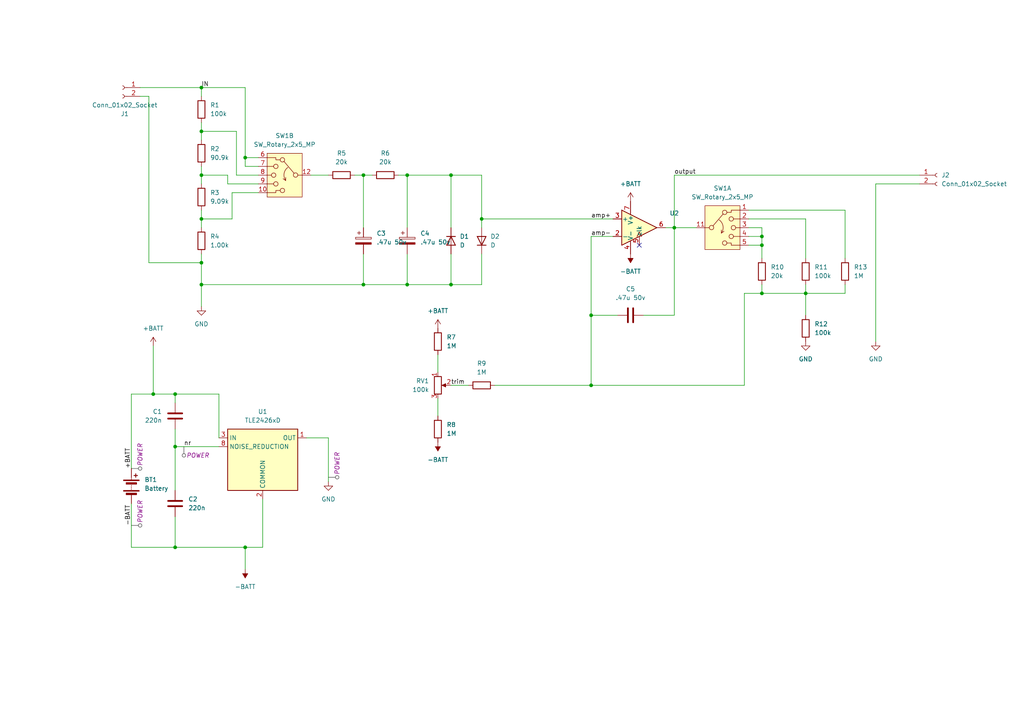
<source format=kicad_sch>
(kicad_sch (version 20230121) (generator eeschema)
  (paper "A4")
  (title_block (title "Null Detector") (comment 1 "http://conradhoffman.com/mini_metro_lab.html") (comment 2 "Based on Electronics Now, April 1996 by Conrad Hoffman") (comment 3 "OP-Amp based Null Detector for DMM"))
  (lib_symbols
    (symbol "Connector:Conn_01x02_Socket" (pin_names (offset 1.016) hide)
      (property "Reference" "J" (at 0 2.54 0))
      (property "Value" "Conn_01x02_Socket" (at 0 -5.08 0))
      (symbol "Conn_01x02_Socket_1_1"
        (arc (start 0 -2.032) (mid -0.5058 -2.54) (end 0 -3.048) (stroke (width 0.1524)))
        (polyline (pts (xy -1.27 -2.54) (xy -0.508 -2.54)) (stroke (width 0.1524)))
        (polyline (pts (xy -1.27 0) (xy -0.508 0)) (stroke (width 0.1524)))
        (arc (start 0 0.508) (mid -0.5058 0) (end 0 -0.508) (stroke (width 0.1524)))
        (pin passive line (at -5.08 0 0) (length 3.81) (name "Pin_1") (number "1"))
        (pin passive line (at -5.08 -2.54 0) (length 3.81) (name "Pin_2") (number "2"))
      )
    )
    (symbol "Device:Battery" (pin_numbers hide) (pin_names (offset 0) hide)
      (property "Reference" "BT" (at 2.54 2.54 0))
      (property "Value" "Battery" (at 2.54 0 0))
      (symbol "Battery_0_1"
        (rectangle (start -2.286 -1.27) (end 2.286 -1.524) (fill (type outline)))
        (rectangle (start -2.286 1.778) (end 2.286 1.524) (fill (type outline)))
        (rectangle (start -1.524 -2.032) (end 1.524 -2.54) (fill (type outline)))
        (rectangle (start -1.524 1.016) (end 1.524 0.508) (fill (type outline)))
        (polyline (pts (xy 0 -1.016) (xy 0 -0.762)))
        (polyline (pts (xy 0 -0.508) (xy 0 -0.254)))
        (polyline (pts (xy 0 0) (xy 0 0.254)))
        (polyline (pts (xy 0 1.778) (xy 0 2.54)))
        (polyline (pts (xy 0.762 3.048) (xy 1.778 3.048)) (stroke (width 0.254)))
        (polyline (pts (xy 1.27 3.556) (xy 1.27 2.54)) (stroke (width 0.254)))
      )
      (symbol "Battery_1_1"
        (pin passive line (at 0 5.08 270) (length 2.54) (name "+") (number "1"))
        (pin passive line (at 0 -5.08 90) (length 2.54) (name "-") (number "2"))
      )
    )
    (symbol "Device:C" (pin_numbers hide) (pin_names (offset 0.254))
      (property "Reference" "C" (at 0.635 2.54 0))
      (property "Value" "C" (at 0.635 -2.54 0))
      (symbol "C_0_1"
        (polyline (pts (xy -2.032 -0.762) (xy 2.032 -0.762)) (stroke (width 0.508)))
        (polyline (pts (xy -2.032 0.762) (xy 2.032 0.762)) (stroke (width 0.508)))
      )
      (symbol "C_1_1"
        (pin passive line (at 0 3.81 270) (length 2.794) (name "~") (number "1"))
        (pin passive line (at 0 -3.81 90) (length 2.794) (name "~") (number "2"))
      )
    )
    (symbol "Device:C_Polarized" (pin_numbers hide) (pin_names (offset 0.254))
      (property "Reference" "C" (at 0.635 2.54 0))
      (property "Value" "C_Polarized" (at 0.635 -2.54 0))
      (symbol "C_Polarized_0_1"
        (rectangle (start -2.286 0.508) (end 2.286 1.016))
        (polyline (pts (xy -1.778 2.286) (xy -0.762 2.286)))
        (polyline (pts (xy -1.27 2.794) (xy -1.27 1.778)))
        (rectangle (start 2.286 -0.508) (end -2.286 -1.016) (fill (type outline)))
      )
      (symbol "C_Polarized_1_1"
        (pin passive line (at 0 3.81 270) (length 2.794) (name "~") (number "1"))
        (pin passive line (at 0 -3.81 90) (length 2.794) (name "~") (number "2"))
      )
    )
    (symbol "Device:D" (pin_numbers hide) (pin_names (offset 1.016) hide)
      (property "Reference" "D" (at 0 2.54 0))
      (property "Value" "D" (at 0 -2.54 0))
      (symbol "D_0_1"
        (polyline (pts (xy -1.27 1.27) (xy -1.27 -1.27)) (stroke (width 0.254)))
        (polyline (pts (xy 1.27 0) (xy -1.27 0)))
        (polyline (pts (xy 1.27 1.27) (xy 1.27 -1.27) (xy -1.27 0) (xy 1.27 1.27)) (stroke (width 0.254)))
      )
      (symbol "D_1_1"
        (pin passive line (at -3.81 0 0) (length 2.54) (name "K") (number "1"))
        (pin passive line (at 3.81 0 180) (length 2.54) (name "A") (number "2"))
      )
    )
    (symbol "Device:R" (pin_numbers hide) (pin_names (offset 0))
      (property "Reference" "R" (at 2.032 0 90))
      (property "Value" "R" (at 0 0 90))
      (symbol "R_0_1"
        (rectangle (start -1.016 -2.54) (end 1.016 2.54) (stroke (width 0.254)))
      )
      (symbol "R_1_1"
        (pin passive line (at 0 3.81 270) (length 1.27) (name "~") (number "1"))
        (pin passive line (at 0 -3.81 90) (length 1.27) (name "~") (number "2"))
      )
    )
    (symbol "Device:R_Potentiometer" (pin_names (offset 1.016) hide)
      (property "Reference" "RV" (at -4.445 0 90))
      (property "Value" "R_Potentiometer" (at -2.54 0 90))
      (symbol "R_Potentiometer_0_1"
        (polyline (pts (xy 2.54 0) (xy 1.524 0)))
        (polyline (pts (xy 1.143 0) (xy 2.286 0.508) (xy 2.286 -0.508) (xy 1.143 0)) (fill (type outline)))
        (rectangle (start 1.016 2.54) (end -1.016 -2.54) (stroke (width 0.254)))
      )
      (symbol "R_Potentiometer_1_1"
        (pin passive line (at 0 3.81 270) (length 1.27) (name "1") (number "1"))
        (pin passive line (at 3.81 0 180) (length 1.27) (name "2") (number "2"))
        (pin passive line (at 0 -3.81 90) (length 1.27) (name "3") (number "3"))
      )
    )
    (symbol "Reference_Voltage:TLE2426xD"
      (property "Reference" "U" (at -10.414 8.89 0))
      (property "Value" "TLE2426xD" (at 10.16 8.89 0))
      (symbol "TLE2426xD_0_1"
        (rectangle (start -10.16 7.62) (end 10.16 -10.16) (stroke (width 0.254)) (fill (type background)))
      )
      (symbol "TLE2426xD_1_1"
        (pin power_out line (at 12.7 5.08 180) (length 2.54) (name "OUT") (number "1"))
        (pin power_in line (at 0 -12.7 90) (length 2.54) (name "COMMON") (number "2"))
        (pin power_in line (at -12.7 5.08 0) (length 2.54) (name "IN") (number "3"))
        (pin no_connect line (at -10.16 0 0) (length 2.54) hide (name "NC") (number "4"))
        (pin no_connect line (at -10.16 -2.54 0) (length 2.54) hide (name "NC") (number "5"))
        (pin no_connect line (at 10.16 0 180) (length 2.54) hide (name "NC") (number "6"))
        (pin no_connect line (at 10.16 -2.54 180) (length 2.54) hide (name "NC") (number "7"))
        (pin passive line (at -12.7 2.54 0) (length 2.54) (name "NOISE_REDUCTION") (number "8"))
      )
    )
    (symbol "lt1050:LTC1050" (pin_names (offset 0.127))
      (property "Reference" "U" (at 1.27 6.35 0))
      (property "Value" "LTC1050" (at 1.27 3.81 0))
      (symbol "LTC1050_0_1"
        (polyline (pts (xy -5.08 5.08) (xy 5.08 0) (xy -5.08 -5.08) (xy -5.08 5.08)) (stroke (width 0.254)) (fill (type background)))
      )
      (symbol "LTC1050_1_1"
        (pin no_connect line (at 2.54 -6.35 90) (length 5.08) hide (name "NC") (number "1"))
        (pin input line (at -7.62 -2.54 0) (length 2.54) (name "-") (number "2"))
        (pin input line (at -7.62 2.54 0) (length 2.54) (name "+") (number "3"))
        (pin power_in line (at -2.54 -7.62 90) (length 3.81) (name "V-") (number "4"))
        (pin passive clock (at 0 -5.08 90) (length 2.54) (name "clk") (number "5"))
        (pin output line (at 7.62 0 180) (length 2.54) (name "~") (number "6"))
        (pin power_in line (at -2.54 7.62 270) (length 3.81) (name "V+") (number "7"))
        (pin no_connect line (at 2.54 -7.62 90) (length 6.35) hide (name "NC") (number "8"))
      )
    )
    (symbol "power:+BATT" (power) (pin_names (offset 0))
      (property "Value" "+BATT" (at 0 3.556 0))
      (symbol "+BATT_0_1"
        (polyline (pts (xy -0.762 1.27) (xy 0 2.54)))
        (polyline (pts (xy 0 0) (xy 0 2.54)))
        (polyline (pts (xy 0 2.54) (xy 0.762 1.27)))
      )
      (symbol "+BATT_1_1"
        (pin power_in line (at 0 0 90) (length 0) hide (name "+BATT") (number "1"))
      )
    )
    (symbol "power:-BATT" (power) (pin_names (offset 0))
      (property "Value" "-BATT" (at 0 3.556 0))
      (symbol "-BATT_0_1"
        (polyline (pts (xy 0 0) (xy 0 2.54)))
        (polyline (pts (xy 0.762 1.27) (xy -0.762 1.27) (xy 0 2.54) (xy 0.762 1.27)) (fill (type outline)))
      )
      (symbol "-BATT_1_1"
        (pin power_in line (at 0 0 90) (length 0) hide (name "-BATT") (number "1"))
      )
    )
    (symbol "power:GND" (power) (pin_names (offset 0))
      (property "Value" "GND" (at 0 -3.81 0))
      (symbol "GND_0_1"
        (polyline (pts (xy 0 0) (xy 0 -1.27) (xy 1.27 -1.27) (xy 0 -2.54) (xy -1.27 -1.27) (xy 0 -1.27)))
      )
      (symbol "GND_1_1"
        (pin power_in line (at 0 0 270) (length 0) hide (name "GND") (number "1"))
      )
    )
    (symbol "sw_rotary_2x5:SW_Rotary_2x5_MP" (pin_names hide)
      (property "Reference" "SW" (at 0 7.62 0))
      (property "Value" "SW_Rotary_2x5_MP" (at 8.89 -7.62 0))
      (symbol "SW_Rotary_2x5_MP_0_1"
        (circle (center -3.1788 0.0311) (radius 0.635))
        (arc (start -0.3214 -1.5564) (mid 0.1502 0.4801) (end -0.9564 2.2536))
        (polyline (pts (xy -5.08 0) (xy -3.81 0)))
        (polyline (pts (xy -2.747 0.5391) (xy 0.1994 3.9935)))
        (polyline (pts (xy -0.3214 -1.5564) (xy -0.3214 -0.6674)))
        (polyline (pts (xy -0.3214 -1.5564) (xy 0.4406 -1.0484)))
        (polyline (pts (xy -0.3214 1.6186) (xy -0.3214 1.6186)))
        (polyline (pts (xy 5.08 -2.54) (xy 3.175 -2.54)))
        (polyline (pts (xy 5.08 0) (xy 3.81 0)))
        (polyline (pts (xy 5.08 2.54) (xy 3.175 2.54)))
        (polyline (pts (xy 5.08 -5.08) (xy 2.54 -5.08) (xy 2.54 -4.445) (xy 1.27 -4.445)))
        (polyline (pts (xy 5.08 5.08) (xy 2.54 5.08) (xy 2.54 4.445) (xy 1.27 4.445)))
        (circle (center 0.635 -4.445) (radius 0.635))
        (circle (center 0.635 4.445) (radius 0.635))
        (circle (center 2.54 -2.54) (radius 0.635))
        (circle (center 2.54 2.54) (radius 0.635))
        (circle (center 3.175 0) (radius 0.635))
      )
      (symbol "SW_Rotary_2x5_MP_1_0"
        (pin passive line (at -7.62 0 0) (length 2.54) (name "A") (number "11"))
      )
      (symbol "SW_Rotary_2x5_MP_1_1"
        (polyline (pts (xy -5.08 6.35) (xy 5.08 6.35) (xy 5.08 -6.35) (xy -5.08 -6.35) (xy -5.08 6.35) (xy -5.08 6.35)) (fill (type background)))
        (pin passive line (at 7.62 5.08 180) (length 2.54) (name "") (number "1"))
        (pin passive line (at 7.62 2.54 180) (length 2.54) (name "") (number "2"))
        (pin passive line (at 7.62 0 180) (length 2.54) (name "") (number "3"))
        (pin passive line (at 7.62 -2.54 180) (length 2.54) (name "") (number "4"))
        (pin passive line (at 7.62 -5.08 180) (length 2.54) (name "") (number "5"))
      )
      (symbol "SW_Rotary_2x5_MP_2_0"
        (pin passive line (at -7.62 0 0) (length 2.54) (name "B") (number "12"))
      )
      (symbol "SW_Rotary_2x5_MP_2_1"
        (polyline (pts (xy -5.08 -6.35) (xy 5.08 -6.35) (xy 5.08 6.35) (xy -5.08 6.35) (xy -5.08 -6.35) (xy -5.08 -6.35)) (fill (type background)))
        (pin passive line (at 7.62 -5.08 180) (length 2.54) (name "") (number "10"))
        (pin passive line (at 7.62 5.08 180) (length 2.54) (name "") (number "6"))
        (pin passive line (at 7.62 2.54 180) (length 2.54) (name "") (number "7"))
        (pin passive line (at 7.62 0 180) (length 2.54) (name "") (number "8"))
        (pin passive line (at 7.62 -2.54 180) (length 2.54) (name "") (number "9"))
      )
    )
  )
  (junction (at 118.11 50.8))
  (junction (at 58.42 50.8))
  (junction (at 220.98 68.58))
  (junction (at 71.12 158.75))
  (junction (at 220.98 71.12))
  (junction (at 105.41 82.55))
  (junction (at 195.58 66.04))
  (junction (at 171.45 111.76))
  (junction (at 58.42 38.1))
  (junction (at 58.42 82.55))
  (junction (at 58.42 63.5))
  (junction (at 233.68 85.09))
  (junction (at 139.7 63.5))
  (junction (at 58.42 76.2))
  (junction (at 171.45 91.44))
  (junction (at 130.81 82.55))
  (junction (at 50.8 114.3))
  (junction (at 220.98 85.09))
  (junction (at 58.42 25.4))
  (junction (at 50.8 129.54))
  (junction (at 50.8 158.75))
  (junction (at 118.11 82.55))
  (junction (at 71.12 45.72))
  (junction (at 130.81 50.8))
  (junction (at 105.41 50.8))
  (junction (at 44.45 114.3))
  (no_connect (at 185.42 71.12))
  (wire (pts (xy 38.1 114.3) (xy 38.1 135.89)))
  (wire (pts (xy 130.81 50.8) (xy 139.7 50.8)))
  (wire (pts (xy 58.42 63.5) (xy 67.31 63.5)))
  (wire (pts (xy 58.42 60.96) (xy 58.42 63.5)))
  (wire (pts (xy 245.11 60.96) (xy 245.11 74.93)))
  (wire (pts (xy 105.41 73.66) (xy 105.41 82.55)))
  (wire (pts (xy 58.42 38.1) (xy 58.42 40.64)))
  (wire (pts (xy 71.12 165.1) (xy 71.12 158.75)))
  (wire (pts (xy 195.58 50.8) (xy 266.7 50.8)))
  (wire (pts (xy 66.04 53.34) (xy 74.93 53.34)))
  (wire (pts (xy 171.45 91.44) (xy 179.07 91.44)))
  (wire (pts (xy 195.58 66.04) (xy 195.58 91.44)))
  (wire (pts (xy 58.42 73.66) (xy 58.42 76.2)))
  (wire (pts (xy 43.18 76.2) (xy 58.42 76.2)))
  (wire (pts (xy 71.12 45.72) (xy 71.12 48.26)))
  (wire (pts (xy 220.98 68.58) (xy 220.98 71.12)))
  (wire (pts (xy 58.42 35.56) (xy 58.42 38.1)))
  (wire (pts (xy 171.45 91.44) (xy 171.45 111.76)))
  (wire (pts (xy 139.7 82.55) (xy 139.7 73.66)))
  (wire (pts (xy 76.2 158.75) (xy 76.2 144.78)))
  (wire (pts (xy 118.11 50.8) (xy 118.11 66.04)))
  (wire (pts (xy 68.58 50.8) (xy 74.93 50.8)))
  (wire (pts (xy 233.68 63.5) (xy 233.68 74.93)))
  (wire (pts (xy 118.11 82.55) (xy 130.81 82.55)))
  (wire (pts (xy 50.8 114.3) (xy 63.5 114.3)))
  (wire (pts (xy 139.7 50.8) (xy 139.7 63.5)))
  (wire (pts (xy 130.81 50.8) (xy 130.81 66.04)))
  (wire (pts (xy 217.17 63.5) (xy 233.68 63.5)))
  (wire (pts (xy 50.8 149.86) (xy 50.8 158.75)))
  (wire (pts (xy 130.81 111.76) (xy 135.89 111.76)))
  (wire (pts (xy 171.45 68.58) (xy 177.8 68.58)))
  (wire (pts (xy 215.9 85.09) (xy 220.98 85.09)))
  (wire (pts (xy 90.17 50.8) (xy 95.25 50.8)))
  (wire (pts (xy 266.7 53.34) (xy 254 53.34)))
  (wire (pts (xy 58.42 50.8) (xy 58.42 53.34)))
  (wire (pts (xy 217.17 71.12) (xy 220.98 71.12)))
  (wire (pts (xy 139.7 63.5) (xy 177.8 63.5)))
  (wire (pts (xy 143.51 111.76) (xy 171.45 111.76)))
  (wire (pts (xy 67.31 63.5) (xy 67.31 55.88)))
  (wire (pts (xy 38.1 114.3) (xy 44.45 114.3)))
  (wire (pts (xy 217.17 68.58) (xy 220.98 68.58)))
  (wire (pts (xy 58.42 82.55) (xy 58.42 88.9)))
  (wire (pts (xy 195.58 91.44) (xy 186.69 91.44)))
  (wire (pts (xy 171.45 68.58) (xy 171.45 91.44)))
  (wire (pts (xy 245.11 82.55) (xy 245.11 85.09)))
  (wire (pts (xy 44.45 114.3) (xy 50.8 114.3)))
  (wire (pts (xy 233.68 85.09) (xy 233.68 82.55)))
  (wire (pts (xy 102.87 50.8) (xy 105.41 50.8)))
  (wire (pts (xy 50.8 158.75) (xy 71.12 158.75)))
  (wire (pts (xy 233.68 85.09) (xy 220.98 85.09)))
  (wire (pts (xy 50.8 129.54) (xy 63.5 129.54)))
  (wire (pts (xy 105.41 82.55) (xy 118.11 82.55)))
  (wire (pts (xy 58.42 25.4) (xy 71.12 25.4)))
  (wire (pts (xy 215.9 85.09) (xy 215.9 111.76)))
  (wire (pts (xy 88.9 127) (xy 95.25 127)))
  (wire (pts (xy 50.8 114.3) (xy 50.8 116.84)))
  (wire (pts (xy 58.42 38.1) (xy 68.58 38.1)))
  (wire (pts (xy 130.81 73.66) (xy 130.81 82.55)))
  (wire (pts (xy 105.41 50.8) (xy 105.41 66.04)))
  (wire (pts (xy 50.8 129.54) (xy 50.8 142.24)))
  (wire (pts (xy 195.58 50.8) (xy 195.58 66.04)))
  (wire (pts (xy 50.8 124.46) (xy 50.8 129.54)))
  (wire (pts (xy 38.1 158.75) (xy 50.8 158.75)))
  (wire (pts (xy 44.45 100.33) (xy 44.45 114.3)))
  (wire (pts (xy 43.18 76.2) (xy 43.18 27.94)))
  (wire (pts (xy 195.58 66.04) (xy 201.93 66.04)))
  (wire (pts (xy 233.68 91.44) (xy 233.68 85.09)))
  (wire (pts (xy 67.31 55.88) (xy 74.93 55.88)))
  (wire (pts (xy 171.45 111.76) (xy 215.9 111.76)))
  (wire (pts (xy 58.42 82.55) (xy 105.41 82.55)))
  (wire (pts (xy 193.04 66.04) (xy 195.58 66.04)))
  (wire (pts (xy 118.11 73.66) (xy 118.11 82.55)))
  (wire (pts (xy 71.12 48.26) (xy 74.93 48.26)))
  (wire (pts (xy 76.2 158.75) (xy 71.12 158.75)))
  (wire (pts (xy 43.18 27.94) (xy 40.64 27.94)))
  (wire (pts (xy 58.42 63.5) (xy 58.42 66.04)))
  (wire (pts (xy 254 53.34) (xy 254 99.06)))
  (wire (pts (xy 217.17 66.04) (xy 220.98 66.04)))
  (wire (pts (xy 71.12 25.4) (xy 71.12 45.72)))
  (wire (pts (xy 105.41 50.8) (xy 107.95 50.8)))
  (wire (pts (xy 66.04 50.8) (xy 58.42 50.8)))
  (wire (pts (xy 220.98 85.09) (xy 220.98 82.55)))
  (wire (pts (xy 217.17 60.96) (xy 245.11 60.96)))
  (wire (pts (xy 127 102.87) (xy 127 107.95)))
  (wire (pts (xy 68.58 38.1) (xy 68.58 50.8)))
  (wire (pts (xy 66.04 50.8) (xy 66.04 53.34)))
  (wire (pts (xy 58.42 48.26) (xy 58.42 50.8)))
  (wire (pts (xy 58.42 76.2) (xy 58.42 82.55)))
  (wire (pts (xy 220.98 71.12) (xy 220.98 74.93)))
  (wire (pts (xy 58.42 25.4) (xy 58.42 27.94)))
  (wire (pts (xy 63.5 114.3) (xy 63.5 127)))
  (wire (pts (xy 115.57 50.8) (xy 118.11 50.8)))
  (wire (pts (xy 220.98 66.04) (xy 220.98 68.58)))
  (wire (pts (xy 38.1 158.75) (xy 38.1 146.05)))
  (wire (pts (xy 40.64 25.4) (xy 58.42 25.4)))
  (wire (pts (xy 95.25 127) (xy 95.25 139.7)))
  (wire (pts (xy 71.12 45.72) (xy 74.93 45.72)))
  (wire (pts (xy 127 115.57) (xy 127 120.65)))
  (wire (pts (xy 139.7 66.04) (xy 139.7 63.5)))
  (wire (pts (xy 130.81 82.55) (xy 139.7 82.55)))
  (wire (pts (xy 245.11 85.09) (xy 233.68 85.09)))
  (wire (pts (xy 118.11 50.8) (xy 130.81 50.8)))
  (label "nr" (at 53.34 129.54 0))
  (label "IN" (at 58.42 25.4 0))
  (label "-BATT" (at 38.1 152.4 90))
  (label "amp+" (at 171.45 63.5 0))
  (label "amp-" (at 171.45 68.58 0))
  (label "output" (at 195.58 50.8 0))
  (label "+BATT" (at 38.1 135.89 90))
  (label "trim" (at 130.81 111.76 0))
  (netclass_flag "" (length 2.54) (shape round) (at 38.1 135.89 270) (property "Netclass" "POWER" (at 40.64 135.1915 90) (effects (font italic) (justify left))))
  (netclass_flag "" (length 2.54) (shape round) (at 95.25 138.43 270) (property "Netclass" "POWER" (at 97.79 137.7315 90) (effects (font italic) (justify left))))
  (netclass_flag "" (length 2.54) (shape round) (at 53.34 129.54 180) (property "Netclass" "POWER" (at 54.0385 132.08 0) (effects (font italic) (justify left))))
  (netclass_flag "" (length 2.54) (shape round) (at 38.1 152.4 270) (property "Netclass" "POWER" (at 40.64 151.7015 90) (effects (font italic) (justify left))))
  (symbol (lib_id "power:GND") (at 254 99.06 0) (unit 1)
    (property "Reference" "#PWR010" (effects hide))
    (property "Value" "GND" (at 254 104.14 0))
  )
  (symbol (lib_id "Connector:Conn_01x02_Socket") (at 271.78 50.8 0) (unit 1)
    (property "Reference" "J2" (at 273.05 50.8 0) (effects (justify left)))
    (property "Value" "Conn_01x02_Socket" (at 273.05 53.34 0) (effects (justify left)))
    (property "Footprint" "Connector_Wire:SolderWire-2sqmm_1x02_P7.8mm_D2mm_OD3.9mm" (effects hide))
  )
  (symbol (lib_id "Device:R") (at 127 124.46 0) (unit 1)
    (property "Reference" "R8" (at 129.54 123.19 0) (effects (justify left)))
    (property "Value" "1M" (at 129.54 125.73 0) (effects (justify left)))
    (property "Footprint" "Resistor_SMD:R_1206_3216Metric_Pad1.30x1.75mm_HandSolder" (effects hide))
    (property "MPN" "RT1206DRD071ML" (effects hide))
  )
  (symbol (lib_id "Device:R_Potentiometer") (at 127 111.76 0) (unit 1)
    (property "Reference" "RV1" (at 124.46 110.49 0) (effects (justify right)))
    (property "Value" "100k" (at 124.46 113.03 0) (effects (justify right)))
    (property "Footprint" "pot:Potentiometer_Vishay_TS63Y_Vertical" (effects hide))
    (property "MPN" "TS63Y104KR10 " (effects hide))
  )
  (symbol (lib_id "Device:Battery") (at 38.1 140.97 0) (unit 1)
    (property "Reference" "BT1" (at 41.91 139.1285 0) (effects (justify left)))
    (property "Value" "Battery" (at 41.91 141.6685 0) (effects (justify left)))
    (property "Footprint" "Connector_Wire:SolderWire-2sqmm_1x02_P7.8mm_D2mm_OD3.9mm" (effects hide))
  )
  (symbol (lib_id "Device:R") (at 58.42 57.15 0) (unit 1)
    (property "Reference" "R3" (at 60.96 55.88 0) (effects (justify left)))
    (property "Value" "9.09k" (at 60.96 58.42 0) (effects (justify left)))
    (property "Footprint" "Resistor_SMD:R_0805_2012Metric_Pad1.20x1.40mm_HandSolder" (effects hide))
    (property "MPN" "TNPW08059K09DEEA" (effects hide))
  )
  (symbol (lib_id "Device:C_Polarized") (at 105.41 69.85 0) (unit 1)
    (property "Reference" "C3" (at 109.22 67.691 0) (effects (justify left)))
    (property "Value" ".47u 50v" (at 109.22 70.231 0) (effects (justify left)))
    (property "Footprint" "Capacitor_SMD:C_2220_5750Metric_Pad1.97x5.40mm_HandSolder" (effects hide))
    (property "MPN" "LDECD3470JA5N00" (effects hide))
  )
  (symbol (lib_id "Device:R") (at 220.98 78.74 0) (unit 1)
    (property "Reference" "R10" (at 223.52 77.47 0) (effects (justify left)))
    (property "Value" "20k" (at 223.52 80.01 0) (effects (justify left)))
    (property "Footprint" "Resistor_SMD:R_1206_3216Metric_Pad1.30x1.75mm_HandSolder" (effects hide))
    (property "MPN" "RT1206DRD0720KL" (effects hide))
  )
  (symbol (lib_id "Device:C_Polarized") (at 118.11 69.85 0) (unit 1)
    (property "Reference" "C4" (at 121.92 67.691 0) (effects (justify left)))
    (property "Value" ".47u 50v" (at 121.92 70.231 0) (effects (justify left)))
    (property "Footprint" "Capacitor_SMD:C_2220_5750Metric_Pad1.97x5.40mm_HandSolder" (effects hide))
    (property "MPN" "LDECD3470JA5N00" (effects hide))
  )
  (symbol (lib_id "Device:R") (at 245.11 78.74 0) (unit 1)
    (property "Reference" "R13" (at 247.65 77.47 0) (effects (justify left)))
    (property "Value" "1M" (at 247.65 80.01 0) (effects (justify left)))
    (property "Footprint" "Resistor_SMD:R_1206_3216Metric_Pad1.30x1.75mm_HandSolder" (effects hide))
    (property "MPN" "RT1206DRD071ML" (effects hide))
  )
  (symbol (lib_id "sw_rotary_2x5:SW_Rotary_2x5_MP") (at 82.55 50.8 0) (mirror y) (unit 2)
    (property "Reference" "SW1" (at 82.55 39.37 0))
    (property "Value" "SW_Rotary_2x5_MP" (at 82.55 41.91 0))
    (property "Footprint" "switch:ck_a205_c" (effects hide))
  )
  (symbol (lib_id "Connector:Conn_01x02_Socket") (at 35.56 25.4 0) (mirror y) (unit 1)
    (property "Reference" "J1" (at 36.195 33.02 0))
    (property "Value" "Conn_01x02_Socket" (at 36.195 30.48 0))
    (property "Footprint" "Connector_Wire:SolderWire-2sqmm_1x02_P7.8mm_D2mm_OD3.9mm" (effects hide))
  )
  (symbol (lib_id "power:+BATT") (at 44.45 100.33 0) (unit 1)
    (property "Reference" "#PWR01" (effects hide))
    (property "Value" "+BATT" (at 44.45 95.25 0))
  )
  (symbol (lib_id "Device:R") (at 233.68 78.74 0) (unit 1)
    (property "Reference" "R11" (at 236.22 77.47 0) (effects (justify left)))
    (property "Value" "100k" (at 236.22 80.01 0) (effects (justify left)))
    (property "Footprint" "Resistor_SMD:R_1206_3216Metric_Pad1.30x1.75mm_HandSolder" (effects hide))
    (property "MPN" "RT1206DRD07100KL" (effects hide))
  )
  (symbol (lib_id "Device:C") (at 50.8 146.05 0) (unit 1)
    (property "Reference" "C2" (at 54.61 144.78 0) (effects (justify left)))
    (property "Value" "220n" (at 54.61 147.32 0) (effects (justify left)))
    (property "Footprint" "Capacitor_SMD:C_0805_2012Metric_Pad1.18x1.45mm_HandSolder" (effects hide))
    (property "MPN" "0805YC224K4Z2A" (effects hide))
  )
  (symbol (lib_id "Device:R") (at 111.76 50.8 90) (unit 1)
    (property "Reference" "R6" (at 111.76 44.45 90))
    (property "Value" "20k" (at 111.76 46.99 90))
    (property "Footprint" "Resistor_SMD:R_1206_3216Metric_Pad1.30x1.75mm_HandSolder" (effects hide))
    (property "MPN" "RT1206DRD0720KL" (effects hide))
  )
  (symbol (lib_id "power:+BATT") (at 127 95.25 0) (unit 1)
    (property "Reference" "#PWR05" (effects hide))
    (property "Value" "+BATT" (at 127 90.17 0))
  )
  (symbol (lib_id "lt1050:LTC1050") (at 185.42 66.04 0) (unit 1)
    (property "Reference" "U2" (at 195.58 61.8491 0))
    (property "Value" "LTC1050" (effects hide))
    (property "Footprint" "Package_SO:SOIC-8_3.9x4.9mm_P1.27mm" (effects hide))
    (property "Datasheet" "https://www.analog.com/media/en/technical-documentation/data-sheets/1363fa.pdf" (effects hide))
    (property "MPN" "LTC1050CS8" (effects hide))
  )
  (symbol (lib_id "Device:C") (at 182.88 91.44 90) (unit 1)
    (property "Reference" "C5" (at 182.88 83.82 90))
    (property "Value" ".47u 50v" (at 182.88 86.36 90))
    (property "Footprint" "Capacitor_SMD:C_2220_5750Metric_Pad1.97x5.40mm_HandSolder" (effects hide))
    (property "MPN" "LDECD3470JA5N00" (effects hide))
  )
  (symbol (lib_id "power:-BATT") (at 182.88 73.66 180) (unit 1)
    (property "Reference" "#PWR08" (effects hide))
    (property "Value" "-BATT" (at 182.88 78.74 0))
  )
  (symbol (lib_id "power:-BATT") (at 71.12 165.1 180) (unit 1)
    (property "Reference" "#PWR03" (effects hide))
    (property "Value" "-BATT" (at 71.12 170.18 0))
  )
  (symbol (lib_id "Device:R") (at 233.68 95.25 0) (unit 1)
    (property "Reference" "R12" (at 236.22 93.98 0) (effects (justify left)))
    (property "Value" "100k" (at 236.22 96.52 0) (effects (justify left)))
    (property "Footprint" "Resistor_SMD:R_1206_3216Metric_Pad1.30x1.75mm_HandSolder" (effects hide))
    (property "MPN" "RT1206DRD07100KL" (effects hide))
  )
  (symbol (lib_id "power:GND") (at 233.68 99.06 0) (unit 1)
    (property "Reference" "#PWR09" (effects hide))
    (property "Value" "GND" (at 233.68 104.14 0))
  )
  (symbol (lib_id "power:-BATT") (at 127 128.27 180) (unit 1)
    (property "Reference" "#PWR06" (effects hide))
    (property "Value" "-BATT" (at 127 133.35 0))
  )
  (symbol (lib_id "Device:R") (at 139.7 111.76 90) (unit 1)
    (property "Reference" "R9" (at 139.7 105.41 90))
    (property "Value" "1M" (at 139.7 107.95 90))
    (property "Footprint" "Resistor_SMD:R_1206_3216Metric_Pad1.30x1.75mm_HandSolder" (effects hide))
    (property "MPN" "RT1206DRD071ML" (effects hide))
  )
  (symbol (lib_id "Device:R") (at 99.06 50.8 90) (unit 1)
    (property "Reference" "R5" (at 99.06 44.45 90))
    (property "Value" "20k" (at 99.06 46.99 90))
    (property "Footprint" "Resistor_SMD:R_1206_3216Metric_Pad1.30x1.75mm_HandSolder" (effects hide))
    (property "MPN" "RT1206DRD0720KL" (effects hide))
  )
  (symbol (lib_id "Reference_Voltage:TLE2426xD") (at 76.2 132.08 0) (unit 1)
    (property "Reference" "U1" (at 76.2 119.38 0))
    (property "Value" "TLE2426xD" (at 76.2 121.92 0))
    (property "Footprint" "Package_SO:SOIC-8_3.9x4.9mm_P1.27mm" (effects hide))
    (property "Datasheet" "http://www.ti.com/lit/ds/symlink/tle2426.pdf" (effects hide))
    (property "MPN" "TLE2426CDG4" (effects hide))
  )
  (symbol (lib_id "Device:D") (at 139.7 69.85 90) (unit 1)
    (property "Reference" "D2" (at 142.24 68.58 90) (effects (justify right)))
    (property "Value" "D" (at 142.24 71.12 90) (effects (justify right)))
    (property "Footprint" "Diode_SMD:D_MELF" (effects hide))
    (property "Sim.Device" "D" (effects hide))
    (property "Sim.Pins" "1=K 2=A" (effects hide))
    (property "MPN" "1N4148UR-1" (effects hide))
  )
  (symbol (lib_id "sw_rotary_2x5:SW_Rotary_2x5_MP") (at 209.55 66.04 0) (unit 1)
    (property "Reference" "SW1" (at 209.55 54.61 0))
    (property "Value" "SW_Rotary_2x5_MP" (at 209.55 57.15 0))
    (property "Footprint" "switch:ck_a205_c" (effects hide))
  )
  (symbol (lib_id "Device:R") (at 58.42 69.85 0) (unit 1)
    (property "Reference" "R4" (at 60.96 68.58 0) (effects (justify left)))
    (property "Value" "1.00k" (at 60.96 71.12 0) (effects (justify left)))
    (property "Footprint" "Resistor_SMD:R_0805_2012Metric_Pad1.20x1.40mm_HandSolder" (effects hide))
    (property "MPN" "RT0805DRD071KL" (effects hide))
  )
  (symbol (lib_id "Device:R") (at 58.42 31.75 0) (unit 1)
    (property "Reference" "R1" (at 60.96 30.48 0) (effects (justify left)))
    (property "Value" "100k" (at 60.96 33.02 0) (effects (justify left)))
    (property "Footprint" "Resistor_SMD:R_1206_3216Metric_Pad1.30x1.75mm_HandSolder" (effects hide))
    (property "MPN" "RT1206DRD07100KL" (effects hide))
  )
  (symbol (lib_id "Device:C") (at 50.8 120.65 0) (unit 1)
    (property "Reference" "C1" (at 46.99 119.38 0) (effects (justify right)))
    (property "Value" "220n" (at 46.99 121.92 0) (effects (justify right)))
    (property "Footprint" "Capacitor_SMD:C_0805_2012Metric_Pad1.18x1.45mm_HandSolder" (effects hide))
    (property "MPN" "0805YC224K4Z2A" (effects hide))
  )
  (symbol (lib_id "Device:D") (at 130.81 69.85 270) (unit 1)
    (property "Reference" "D1" (at 133.35 68.58 90) (effects (justify left)))
    (property "Value" "D" (at 133.35 71.12 90) (effects (justify left)))
    (property "Footprint" "Diode_SMD:D_MELF" (effects hide))
    (property "Sim.Device" "D" (effects hide))
    (property "Sim.Pins" "1=K 2=A" (effects hide))
    (property "MPN" "1N4148UR-1" (effects hide))
  )
  (symbol (lib_id "power:GND") (at 58.42 88.9 0) (unit 1)
    (property "Reference" "#PWR02" (effects hide))
    (property "Value" "GND" (at 58.42 93.98 0))
  )
  (symbol (lib_id "Device:R") (at 127 99.06 0) (unit 1)
    (property "Reference" "R7" (at 129.54 97.79 0) (effects (justify left)))
    (property "Value" "1M" (at 129.54 100.33 0) (effects (justify left)))
    (property "Footprint" "Resistor_SMD:R_1206_3216Metric_Pad1.30x1.75mm_HandSolder" (effects hide))
    (property "MPN" "RT1206DRD071ML" (effects hide))
  )
  (symbol (lib_id "power:GND") (at 95.25 139.7 0) (unit 1)
    (property "Reference" "#PWR04" (effects hide))
    (property "Value" "GND" (at 95.25 144.78 0))
  )
  (symbol (lib_id "Device:R") (at 58.42 44.45 0) (unit 1)
    (property "Reference" "R2" (at 60.96 43.18 0) (effects (justify left)))
    (property "Value" "90.9k" (at 60.96 45.72 0) (effects (justify left)))
    (property "Footprint" "Resistor_SMD:R_0805_2012Metric_Pad1.20x1.40mm_HandSolder" (effects hide))
    (property "MPN" "RT0805DRD0790K9L" (effects hide))
  )
  (symbol (lib_id "power:+BATT") (at 182.88 58.42 0) (unit 1)
    (property "Reference" "#PWR07" (effects hide))
    (property "Value" "+BATT" (at 182.88 53.34 0))
  )
)
</source>
